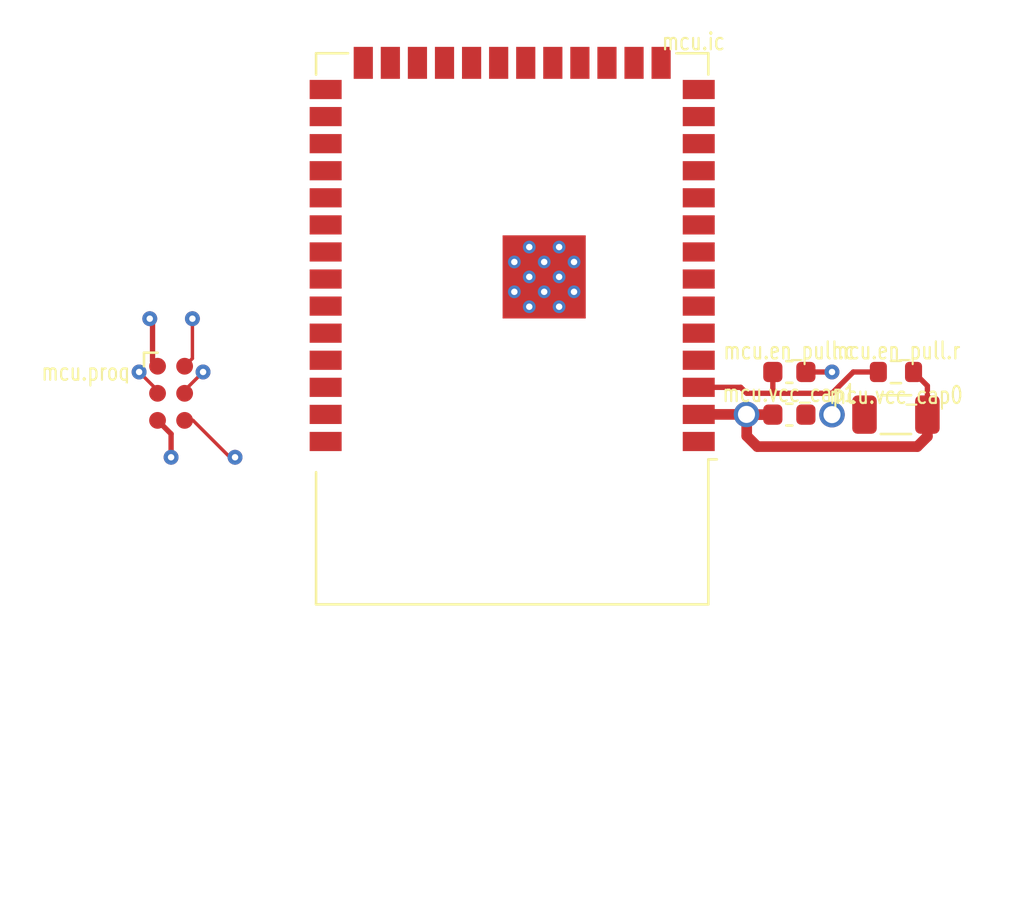
<source format=kicad_pcb>
(kicad_pcb (version 20221018) (generator pcbnew)
  (layers (0 "F.Cu" signal "Front") (1 "In1.Cu" signal) (2 "In2.Cu" signal) (31 "B.Cu" signal "Back") (34 "B.Paste" user) (35 "F.Paste" user) (36 "B.SilkS" user "B.Silkscreen") (37 "F.SilkS" user "F.Silkscreen") (38 "B.Mask" user) (39 "F.Mask" user) (44 "Edge.Cuts" user))
  (net 0 "")
  (net 1 "gnd")
  (net 2 "v3v3")
  (net 3 "mcu.program_en_node")
  (net 4 "i2c_pull.i2c.scl")
  (net 5 "mcu.gpio.rgb_red")
  (net 6 "mcu.gpio.rgb_green")
  (net 7 "mcu.gpio.rgb_blue")
  (net 8 "pd.int")
  (net 9 "adc.cs")
  (net 10 "control.drv_en")
  (net 11 "i2c_pull.i2c.sda")
  (net 12 "mcu.gpio.off_0")
  (net 13 "mcu.program_boot_node")
  (net 14 "mcu.program_uart_node.b_tx")
  (net 15 "mcu.program_uart_node.a_tx")
  (net 16 "oled.reset")
  (net 17 "adc.spi.miso")
  (net 18 "adc.spi.mosi")
  (net 19 "adc.spi.sck")
  (net 20 "usb_chain_0.d_P")
  (net 21 "usb_chain_0.d_N")
  (net 22 "buckh_pull.io")
  (net 23 "boostl_pull.io")
  (net 24 "boosth_pull.io")
  (net 25 "buckl_pull.io")
  (net 26 "boot.pwm")
  (net 27 "conv_sense.output")
  (net 28 "dac.ldac")
  (footprint "Capacitor_SMD:C_0603_1608Metric" (layer "F.Cu") (at 163 124)
    (fp_text reference "mcu.vcc_cap1" (at 0 -1) (layer "F.SilkS") (effects (font (size 0.8 0.6) (thickness 0.1))))
    (fp_text value "")
    (fp_line (start -0.14058 -0.51) (end 0.14058 -0.51) (stroke (width 0.12)) (layer "F.SilkS"))
    (fp_line (start -0.14058 0.51) (end 0.14058 0.51) (stroke (width 0.12)) (layer "F.SilkS"))
    (pad "1" smd roundrect (at -0.775 0) (size 0.9 0.95) (layers "F.Cu" "F.Paste" "F.Mask") (net 2 "v3v3"))
    (pad "2" smd roundrect (at 0.775 0) (size 0.9 0.95) (layers "F.Cu" "F.Paste" "F.Mask") (net 1 "gnd"))
  )
  (footprint "Connector:Tag-Connect_TC2030-IDC-FP_2x03_P1.27mm_Vertical" (layer "F.Cu") (at 134 123 -90)
    (fp_text reference "mcu.prog" (at -1 4 -180) (layer "F.SilkS") (effects (font (size 0.8 0.6) (thickness 0.1))))
    (fp_text value "")
    (fp_line (start -1.905 1.27) (end -1.905 0.635) (stroke (width 0.12)) (layer "F.SilkS"))
    (fp_line (start -1.27 1.27) (end -1.905 1.27) (stroke (width 0.12)) (layer "F.SilkS"))
    (pad "" np_thru_hole circle (at -2.54 -2.54 270) (size 2.3749 2.3749) (drill 2.3749) (layers "*.Cu" "*.Mask"))
    (pad "" np_thru_hole circle (at -2.54 0 270) (size 0.9906 0.9906) (drill 0.9906) (layers "*.Cu" "*.Mask"))
    (pad "" np_thru_hole circle (at -2.54 2.54 270) (size 2.3749 2.3749) (drill 2.3749) (layers "*.Cu" "*.Mask"))
    (pad "" np_thru_hole circle (at 0.635 -2.54 270) (size 2.3749 2.3749) (drill 2.3749) (layers "*.Cu" "*.Mask"))
    (pad "" np_thru_hole circle (at 0.635 2.54 270) (size 2.3749 2.3749) (drill 2.3749) (layers "*.Cu" "*.Mask"))
    (pad "" np_thru_hole circle (at 2.54 -1.016 270) (size 0.9906 0.9906) (drill 0.9906) (layers "*.Cu" "*.Mask"))
    (pad "" np_thru_hole circle (at 2.54 1.016 270) (size 0.9906 0.9906) (drill 0.9906) (layers "*.Cu" "*.Mask"))
    (pad "1" connect circle (at -1.27 0.635 270) (size 0.7874 0.7874) (layers "F.Cu" "F.Mask") (net 2 "v3v3"))
    (pad "2" connect circle (at -1.27 -0.635 270) (size 0.7874 0.7874) (layers "F.Cu" "F.Mask") (net 13 "mcu.program_boot_node"))
    (pad "3" connect circle (at 0 0.635 270) (size 0.7874 0.7874) (layers "F.Cu" "F.Mask") (net 15 "mcu.program_uart_node.a_tx"))
    (pad "4" connect circle (at 0 -0.635 270) (size 0.7874 0.7874) (layers "F.Cu" "F.Mask") (net 14 "mcu.program_uart_node.b_tx"))
    (pad "5" connect circle (at 1.27 0.635 270) (size 0.7874 0.7874) (layers "F.Cu" "F.Mask") (net 1 "gnd"))
    (pad "6" connect circle (at 1.27 -0.635 270) (size 0.7874 0.7874) (layers "F.Cu" "F.Mask") (net 3 "mcu.program_en_node"))
  )
  (footprint "RF_Module:ESP32-S3-WROOM-1" (layer "F.Cu") (at 150 120 180)
    (fp_text reference "mcu.ic" (at -8.5 13.5 unlocked) (layer "F.SilkS") (effects (font (size 0.8 0.6) (thickness 0.1))))
    (fp_text value "ESP32-S3-WROOM-1-N16R8")
    (fp_line (start -9.2 -12.9) (end 9.2 -12.9) (stroke (width 0.12)) (layer "F.SilkS"))
    (fp_line (start -9.2 -6.1) (end -9.6 -6.1) (stroke (width 0.12)) (layer "F.SilkS"))
    (fp_line (start -9.2 -6.1) (end -9.2 -12.9) (stroke (width 0.12)) (layer "F.SilkS"))
    (fp_line (start -9.2 11.95) (end -9.2 12.95) (stroke (width 0.12)) (layer "F.SilkS"))
    (fp_line (start -9.2 12.95) (end -7.7 12.95) (stroke (width 0.12)) (layer "F.SilkS"))
    (fp_line (start 9.2 -12.9) (end 9.2 -6.7) (stroke (width 0.12)) (layer "F.SilkS"))
    (fp_line (start 9.2 12.95) (end 7.7 12.95) (stroke (width 0.12)) (layer "F.SilkS"))
    (fp_line (start 9.2 12.95) (end 9.2 11.95) (stroke (width 0.12)) (layer "F.SilkS"))
    (pad "1" smd rect (at -8.75 -5.26 180) (size 1.5 0.9) (layers "F.Cu" "F.Paste" "F.Mask") (net 1 "gnd"))
    (pad "2" smd rect (at -8.75 -3.99 180) (size 1.5 0.9) (layers "F.Cu" "F.Paste" "F.Mask") (net 2 "v3v3"))
    (pad "3" smd rect (at -8.75 -2.72 180) (size 1.5 0.9) (layers "F.Cu" "F.Paste" "F.Mask") (net 3 "mcu.program_en_node"))
    (pad "4" smd rect (at -8.75 -1.45 180) (size 1.5 0.9) (layers "F.Cu" "F.Paste" "F.Mask") (net 9 "adc.cs"))
    (pad "5" smd rect (at -8.75 -0.18 180) (size 1.5 0.9) (layers "F.Cu" "F.Paste" "F.Mask") (net 19 "adc.spi.sck"))
    (pad "6" smd rect (at -8.75 1.09 180) (size 1.5 0.9) (layers "F.Cu" "F.Paste" "F.Mask") (net 18 "adc.spi.mosi"))
    (pad "7" smd rect (at -8.75 2.36 180) (size 1.5 0.9) (layers "F.Cu" "F.Paste" "F.Mask") (net 17 "adc.spi.miso"))
    (pad "8" smd rect (at -8.75 3.63 180) (size 1.5 0.9) (layers "F.Cu" "F.Paste" "F.Mask") (net 4 "i2c_pull.i2c.scl"))
    (pad "9" smd rect (at -8.75 4.9 180) (size 1.5 0.9) (layers "F.Cu" "F.Paste" "F.Mask") (net 11 "i2c_pull.i2c.sda"))
    (pad "10" smd rect (at -8.75 6.17 180) (size 1.5 0.9) (layers "F.Cu" "F.Paste" "F.Mask") (net 28 "dac.ldac"))
    (pad "11" smd rect (at -8.75 7.44 180) (size 1.5 0.9) (layers "F.Cu" "F.Paste" "F.Mask") (net 10 "control.drv_en"))
    (pad "12" smd rect (at -8.75 8.71 180) (size 1.5 0.9) (layers "F.Cu" "F.Paste" "F.Mask") (net 12 "mcu.gpio.off_0"))
    (pad "13" smd rect (at -8.75 9.98 180) (size 1.5 0.9) (layers "F.Cu" "F.Paste" "F.Mask") (net 21 "usb_chain_0.d_N"))
    (pad "14" smd rect (at -8.75 11.25) (size 1.5 0.9) (layers "F.Cu" "F.Paste" "F.Mask") (net 20 "usb_chain_0.d_P"))
    (pad "15" smd rect (at -6.985 12.5 90) (size 1.5 0.9) (layers "F.Cu" "F.Paste" "F.Mask"))
    (pad "16" smd rect (at -5.715 12.5 90) (size 1.5 0.9) (layers "F.Cu" "F.Paste" "F.Mask"))
    (pad "17" smd rect (at -4.445 12.5 90) (size 1.5 0.9) (layers "F.Cu" "F.Paste" "F.Mask"))
    (pad "18" smd rect (at -3.175 12.5 90) (size 1.5 0.9) (layers "F.Cu" "F.Paste" "F.Mask") (net 27 "conv_sense.output"))
    (pad "19" smd rect (at -1.905 12.5 90) (size 1.5 0.9) (layers "F.Cu" "F.Paste" "F.Mask"))
    (pad "20" smd rect (at -0.635 12.5 90) (size 1.5 0.9) (layers "F.Cu" "F.Paste" "F.Mask") (net 6 "mcu.gpio.rgb_green"))
    (pad "21" smd rect (at 0.635 12.5 90) (size 1.5 0.9) (layers "F.Cu" "F.Paste" "F.Mask") (net 5 "mcu.gpio.rgb_red"))
    (pad "22" smd rect (at 1.905 12.5 90) (size 1.5 0.9) (layers "F.Cu" "F.Paste" "F.Mask") (net 7 "mcu.gpio.rgb_blue"))
    (pad "23" smd rect (at 3.175 12.5 90) (size 1.5 0.9) (layers "F.Cu" "F.Paste" "F.Mask") (net 16 "oled.reset"))
    (pad "24" smd rect (at 4.445 12.5 90) (size 1.5 0.9) (layers "F.Cu" "F.Paste" "F.Mask"))
    (pad "25" smd rect (at 5.715 12.5 90) (size 1.5 0.9) (layers "F.Cu" "F.Paste" "F.Mask"))
    (pad "26" smd rect (at 6.985 12.5 90) (size 1.5 0.9) (layers "F.Cu" "F.Paste" "F.Mask"))
    (pad "27" smd rect (at 8.75 11.25 180) (size 1.5 0.9) (layers "F.Cu" "F.Paste" "F.Mask") (net 13 "mcu.program_boot_node"))
    (pad "28" smd rect (at 8.75 9.98 180) (size 1.5 0.9) (layers "F.Cu" "F.Paste" "F.Mask"))
    (pad "29" smd rect (at 8.75 8.71 180) (size 1.5 0.9) (layers "F.Cu" "F.Paste" "F.Mask"))
    (pad "30" smd rect (at 8.75 7.44 180) (size 1.5 0.9) (layers "F.Cu" "F.Paste" "F.Mask"))
    (pad "31" smd rect (at 8.75 6.17 180) (size 1.5 0.9) (layers "F.Cu" "F.Paste" "F.Mask") (net 24 "boosth_pull.io"))
    (pad "32" smd rect (at 8.75 4.9 180) (size 1.5 0.9) (layers "F.Cu" "F.Paste" "F.Mask") (net 23 "boostl_pull.io"))
    (pad "33" smd rect (at 8.75 3.63 180) (size 1.5 0.9) (layers "F.Cu" "F.Paste" "F.Mask") (net 22 "buckh_pull.io"))
    (pad "34" smd rect (at 8.75 2.36 180) (size 1.5 0.9) (layers "F.Cu" "F.Paste" "F.Mask"))
    (pad "35" smd rect (at 8.75 1.09 180) (size 1.5 0.9) (layers "F.Cu" "F.Paste" "F.Mask") (net 25 "buckl_pull.io"))
    (pad "36" smd rect (at 8.75 -0.18 180) (size 1.5 0.9) (layers "F.Cu" "F.Paste" "F.Mask") (net 14 "mcu.program_uart_node.b_tx"))
    (pad "37" smd rect (at 8.75 -1.45 180) (size 1.5 0.9) (layers "F.Cu" "F.Paste" "F.Mask") (net 15 "mcu.program_uart_node.a_tx"))
    (pad "38" smd rect (at 8.75 -2.72 180) (size 1.5 0.9) (layers "F.Cu" "F.Paste" "F.Mask") (net 26 "boot.pwm"))
    (pad "39" smd rect (at 8.75 -3.99 180) (size 1.5 0.9) (layers "F.Cu" "F.Paste" "F.Mask") (net 8 "pd.int"))
    (pad "40" smd rect (at 8.75 -5.26 180) (size 1.5 0.9) (layers "F.Cu" "F.Paste" "F.Mask") (net 1 "gnd"))
    (pad "41" thru_hole circle (at -2.9 1.76 270) (size 0.6 0.6) (drill 0.3) (property pad_prop_heatsink) (layers "*.Cu" "F.Mask") (net 1 "gnd"))
    (pad "41" thru_hole circle (at -2.9 3.16 180) (size 0.6 0.6) (drill 0.3) (property pad_prop_heatsink) (layers "*.Cu" "F.Mask") (net 1 "gnd"))
    (pad "41" thru_hole circle (at -2.2 1.06 180) (size 0.6 0.6) (drill 0.3) (property pad_prop_heatsink) (layers "*.Cu" "F.Mask") (net 1 "gnd"))
    (pad "41" thru_hole circle (at -2.2 2.46 180) (size 0.6 0.6) (drill 0.3) (property pad_prop_heatsink) (layers "*.Cu" "F.Mask") (net 1 "gnd"))
    (pad "41" thru_hole circle (at -2.2 3.86 180) (size 0.6 0.6) (drill 0.3) (property pad_prop_heatsink) (layers "*.Cu" "F.Mask") (net 1 "gnd"))
    (pad "41" thru_hole circle (at -1.5 1.76 180) (size 0.6 0.6) (drill 0.3) (property pad_prop_heatsink) (layers "*.Cu" "F.Mask") (net 1 "gnd"))
    (pad "41" smd rect (at -1.5 2.46 90) (size 3.9 3.9) (layers "F.Cu" "F.Mask") (net 1 "gnd"))
    (pad "41" thru_hole circle (at -1.5 3.16 180) (size 0.6 0.6) (drill 0.3) (property pad_prop_heatsink) (layers "*.Cu" "F.Mask") (net 1 "gnd"))
    (pad "41" thru_hole circle (at -0.8 1.06 180) (size 0.6 0.6) (drill 0.3) (property pad_prop_heatsink) (layers "*.Cu" "F.Mask") (net 1 "gnd"))
    (pad "41" thru_hole circle (at -0.8 2.46 180) (size 0.6 0.6) (drill 0.3) (property pad_prop_heatsink) (layers "*.Cu" "F.Mask") (net 1 "gnd"))
    (pad "41" thru_hole circle (at -0.8 3.86 180) (size 0.6 0.6) (drill 0.3) (property pad_prop_heatsink) (layers "*.Cu" "F.Mask") (net 1 "gnd"))
    (pad "41" thru_hole circle (at -0.1 1.76 180) (size 0.6 0.6) (drill 0.3) (property pad_prop_heatsink) (layers "*.Cu" "F.Mask") (net 1 "gnd"))
    (pad "41" thru_hole circle (at -0.1 3.16 180) (size 0.6 0.6) (drill 0.3) (property pad_prop_heatsink) (layers "*.Cu" "F.Mask") (net 1 "gnd"))
  )
  (footprint "Resistor_SMD:R_0603_1608Metric" (layer "F.Cu") (at 168 122 180)
    (fp_text reference "mcu.en_pull.r" (at 0 1) (layer "F.SilkS") (effects (font (size 0.8 0.6) (thickness 0.1))))
    (fp_text value "")
    (fp_line (start -0.237258 -0.5225) (end 0.237258 -0.5225) (stroke (width 0.12)) (layer "F.SilkS"))
    (fp_line (start -0.237258 0.5225) (end 0.237258 0.5225) (stroke (width 0.12)) (layer "F.SilkS"))
    (pad "1" smd roundrect (at -0.825 0 180) (size 0.8 0.95) (layers "F.Cu" "F.Paste" "F.Mask") (net 2 "v3v3"))
    (pad "2" smd roundrect (at 0.825 0 180) (size 0.8 0.95) (layers "F.Cu" "F.Paste" "F.Mask") (net 3 "mcu.program_en_node"))
  )
  (footprint "Capacitor_SMD:C_0603_1608Metric" (layer "F.Cu") (at 163 122)
    (fp_text reference "mcu.en_pull.c" (at 0 -1) (layer "F.SilkS") (effects (font (size 0.8 0.6) (thickness 0.1))))
    (fp_text value "")
    (fp_line (start -0.14058 -0.51) (end 0.14058 -0.51) (stroke (width 0.12)) (layer "F.SilkS"))
    (fp_line (start -0.14058 0.51) (end 0.14058 0.51) (stroke (width 0.12)) (layer "F.SilkS"))
    (pad "1" smd roundrect (at -0.775 0) (size 0.9 0.95) (layers "F.Cu" "F.Paste" "F.Mask") (net 3 "mcu.program_en_node"))
    (pad "2" smd roundrect (at 0.775 0) (size 0.9 0.95) (layers "F.Cu" "F.Paste" "F.Mask") (net 1 "gnd"))
  )
  (footprint "Capacitor_SMD:C_1206_3216Metric" (layer "F.Cu") (at 168 124 180)
    (fp_text reference "mcu.vcc_cap0" (at 0 0.91) (layer "F.SilkS") (effects (font (size 0.8 0.6) (thickness 0.1))))
    (fp_text value "")
    (fp_line (start -0.711252 -0.91) (end 0.711252 -0.91) (stroke (width 0.12)) (layer "F.SilkS"))
    (fp_line (start -0.711252 0.91) (end 0.711252 0.91) (stroke (width 0.12)) (layer "F.SilkS"))
    (pad "1" smd roundrect (at -1.475 0 180) (size 1.15 1.8) (layers "F.Cu" "F.Paste" "F.Mask") (roundrect_rratio 0.2173913043) (net 2 "v3v3"))
    (pad "2" smd roundrect (at 1.475 0 180) (size 1.15 1.8) (layers "F.Cu" "F.Paste" "F.Mask") (roundrect_rratio 0.2173913043) (net 1 "gnd"))
  )
  (segment (start 133.365 124.27) (end 134 124.905) (width 0.25) (layer "F.Cu") (net 1))
  (segment (start 163.775 122) (end 165 122) (width 0.25) (layer "F.Cu") (net 1))
  (segment (start 134 124.905) (end 134 126) (width 0.25) (layer "F.Cu") (net 1))
  (via (at 165 124) (size 1.2) (drill 0.8) (layers "F.Cu" "B.Cu") (net 1))
  (via (at 134 126) (size 0.7) (drill 0.3) (layers "F.Cu" "B.Cu") (net 1))
  (via (at 165 122) (size 0.7) (drill 0.3) (layers "F.Cu" "B.Cu") (net 1))
  (segment (start 161 124) (end 160.99 123.99) (width 0.5) (layer "F.Cu") (net 2))
  (segment (start 169.475 124) (end 169.475 122.65) (width 0.25) (layer "F.Cu") (net 2))
  (segment (start 169.475 124) (end 169.475 125.025) (width 0.5) (layer "F.Cu") (net 2))
  (segment (start 169 125.5) (end 161.5 125.5) (width 0.5) (layer "F.Cu") (net 2))
  (segment (start 169.475 125.025) (end 169 125.5) (width 0.5) (layer "F.Cu") (net 2))
  (segment (start 161 124) (end 162.225 124) (width 0.5) (layer "F.Cu") (net 2))
  (segment (start 133.1297 119.6297) (end 133.1297 121.4947) (width 0.25) (layer "F.Cu") (net 2))
  (segment (start 169.475 122.65) (end 168.825 122) (width 0.25) (layer "F.Cu") (net 2))
  (segment (start 160.99 123.99) (end 158.75 123.99) (width 0.5) (layer "F.Cu") (net 2))
  (segment (start 133 119.5) (end 133.1297 119.6297) (width 0.25) (layer "F.Cu") (net 2))
  (segment (start 133.1297 121.4947) (end 133.365 121.73) (width 0.25) (layer "F.Cu") (net 2))
  (segment (start 161.5 125.5) (end 161 125) (width 0.5) (layer "F.Cu") (net 2))
  (segment (start 161 125) (end 161 124) (width 0.5) (layer "F.Cu") (net 2))
  (via (at 133 119.5) (size 0.7) (drill 0.3) (layers "F.Cu" "B.Cu") (net 2))
  (via (at 160.99 123.99) (size 1.2) (drill 0.8) (layers "F.Cu" "B.Cu") (net 2))
  (segment (start 166 122) (end 167.175 122) (width 0.25) (layer "F.Cu") (net 3))
  (segment (start 158.75 122.72) (end 160.72 122.72) (width 0.25) (layer "F.Cu") (net 3))
  (segment (start 161 123) (end 162.25 123) (width 0.25) (layer "F.Cu") (net 3))
  (segment (start 160.72 122.72) (end 161 123) (width 0.25) (layer "F.Cu") (net 3))
  (segment (start 135.029002 124.27) (end 134.635 124.27) (width 0.16) (layer "F.Cu") (net 3))
  (segment (start 162.225 122.975) (end 162.25 123) (width 0.25) (layer "F.Cu") (net 3))
  (segment (start 165 123) (end 166 122) (width 0.25) (layer "F.Cu") (net 3))
  (segment (start 162.25 123) (end 165 123) (width 0.25) (layer "F.Cu") (net 3))
  (segment (start 162.225 122) (end 162.225 122.975) (width 0.25) (layer "F.Cu") (net 3))
  (segment (start 137 126) (end 136.759002 126) (width 0.16) (layer "F.Cu") (net 3))
  (segment (start 136.759002 126) (end 135.029002 124.27) (width 0.16) (layer "F.Cu") (net 3))
  (via (at 137 126) (size 0.7) (drill 0.3) (layers "F.Cu" "B.Cu") (net 3))
  (segment (start 134.635 121.73) (end 135 121.365) (width 0.16) (layer "F.Cu") (net 13))
  (segment (start 135 121.365) (end 135 119.5) (width 0.16) (layer "F.Cu") (net 13))
  (via (at 135 119.5) (size 0.7) (drill 0.3) (layers "F.Cu" "B.Cu") (net 13))
  (segment (start 134.635 122.865) (end 135.5 122) (width 0.16) (layer "F.Cu") (net 14))
  (via (at 135.5 122) (size 0.7) (drill 0.3) (layers "F.Cu" "B.Cu") (net 14))
  (segment (start 133.365 122.865) (end 132.5 122) (width 0.16) (layer "F.Cu") (net 15))
  (via (at 132.5 122) (size 0.7) (drill 0.3) (layers "F.Cu" "B.Cu") (net 15))
)
</source>
